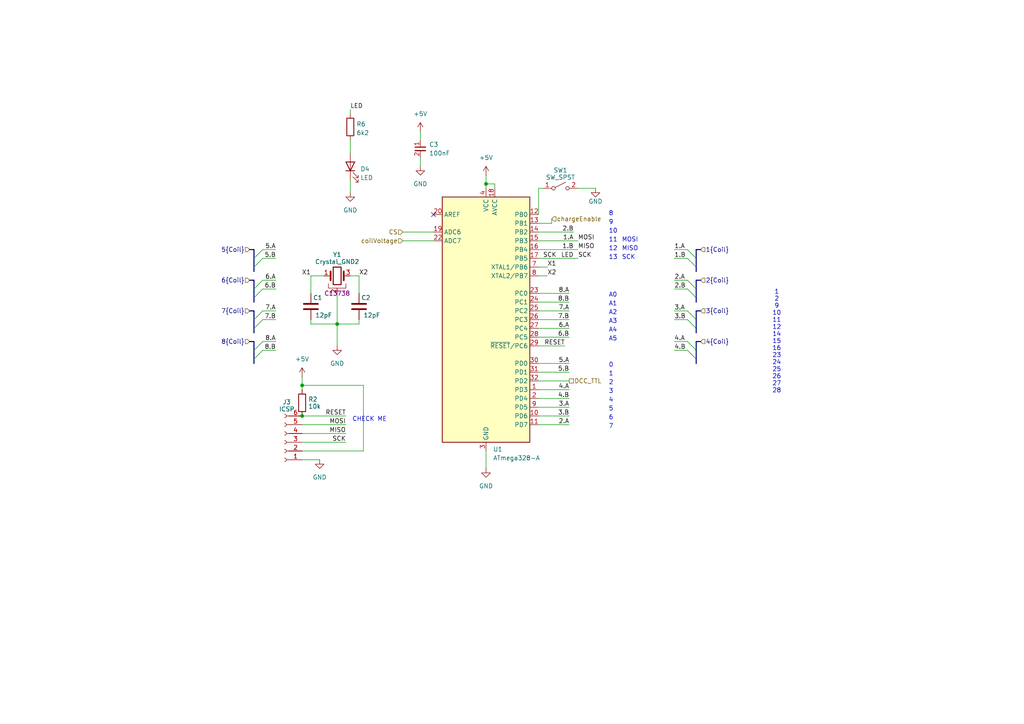
<source format=kicad_sch>
(kicad_sch (version 20231120) (generator "eeschema") (generator_version "8.0")
  (paper "A4")
  (lib_symbols
    (symbol "Connector:Conn_01x06_Socket" (pin_names (offset 1.016) hide)
      (property "Reference" "J" (at 0 7.62 0))
      (property "Value" "Conn_01x06_Socket" (at 0 -10.16 0))
      (symbol "Conn_01x06_Socket_1_1"
        (arc (start 0 -7.112) (mid -0.5058 -7.62) (end 0 -8.128) (stroke (width 0.1524)))
        (arc (start 0 -4.572) (mid -0.5058 -5.08) (end 0 -5.588) (stroke (width 0.1524)))
        (arc (start 0 -2.032) (mid -0.5058 -2.54) (end 0 -3.048) (stroke (width 0.1524)))
        (polyline (pts (xy -1.27 -7.62) (xy -0.508 -7.62)) (stroke (width 0.1524)))
        (polyline (pts (xy -1.27 -5.08) (xy -0.508 -5.08)) (stroke (width 0.1524)))
        (polyline (pts (xy -1.27 -2.54) (xy -0.508 -2.54)) (stroke (width 0.1524)))
        (polyline (pts (xy -1.27 0) (xy -0.508 0)) (stroke (width 0.1524)))
        (polyline (pts (xy -1.27 2.54) (xy -0.508 2.54)) (stroke (width 0.1524)))
        (polyline (pts (xy -1.27 5.08) (xy -0.508 5.08)) (stroke (width 0.1524)))
        (arc (start 0 0.508) (mid -0.5058 0) (end 0 -0.508) (stroke (width 0.1524)))
        (arc (start 0 3.048) (mid -0.5058 2.54) (end 0 2.032) (stroke (width 0.1524)))
        (arc (start 0 5.588) (mid -0.5058 5.08) (end 0 4.572) (stroke (width 0.1524)))
        (pin passive line (at -5.08 5.08 0) (length 3.81) (name "Pin_1") (number "1"))
        (pin passive line (at -5.08 2.54 0) (length 3.81) (name "Pin_2") (number "2"))
        (pin passive line (at -5.08 0 0) (length 3.81) (name "Pin_3") (number "3"))
        (pin passive line (at -5.08 -2.54 0) (length 3.81) (name "Pin_4") (number "4"))
        (pin passive line (at -5.08 -5.08 0) (length 3.81) (name "Pin_5") (number "5"))
        (pin passive line (at -5.08 -7.62 0) (length 3.81) (name "Pin_6") (number "6"))
      )
    )
    (symbol "Device:C" (pin_numbers hide) (pin_names (offset 0.254))
      (property "Reference" "C" (at 0.635 2.54 0))
      (property "Value" "C" (at 0.635 -2.54 0))
      (symbol "C_0_1"
        (polyline (pts (xy -2.032 -0.762) (xy 2.032 -0.762)) (stroke (width 0.508)))
        (polyline (pts (xy -2.032 0.762) (xy 2.032 0.762)) (stroke (width 0.508)))
      )
      (symbol "C_1_1"
        (pin passive line (at 0 3.81 270) (length 2.794) (name "~") (number "1"))
        (pin passive line (at 0 -3.81 90) (length 2.794) (name "~") (number "2"))
      )
    )
    (symbol "Device:LED" (pin_numbers hide) (pin_names (offset 1.016) hide)
      (property "Reference" "D" (at 0 2.54 0))
      (property "Value" "LED" (at 0 -2.54 0))
      (symbol "LED_0_1"
        (polyline (pts (xy -1.27 -1.27) (xy -1.27 1.27)) (stroke (width 0.254)))
        (polyline (pts (xy -1.27 0) (xy 1.27 0)))
        (polyline (pts (xy 1.27 -1.27) (xy 1.27 1.27) (xy -1.27 0) (xy 1.27 -1.27)) (stroke (width 0.254)))
        (polyline (pts (xy -3.048 -0.762) (xy -4.572 -2.286) (xy -3.81 -2.286) (xy -4.572 -2.286) (xy -4.572 -1.524)))
        (polyline (pts (xy -1.778 -0.762) (xy -3.302 -2.286) (xy -2.54 -2.286) (xy -3.302 -2.286) (xy -3.302 -1.524)))
      )
      (symbol "LED_1_1"
        (pin passive line (at -3.81 0 0) (length 2.54) (name "K") (number "1"))
        (pin passive line (at 3.81 0 180) (length 2.54) (name "A") (number "2"))
      )
    )
    (symbol "Device:R" (pin_numbers hide) (pin_names (offset 0))
      (property "Reference" "R" (at 2.032 0 90))
      (property "Value" "R" (at 0 0 90))
      (symbol "R_0_1"
        (rectangle (start -1.016 -2.54) (end 1.016 2.54) (stroke (width 0.254)))
      )
      (symbol "R_1_1"
        (pin passive line (at 0 3.81 270) (length 1.27) (name "~") (number "1"))
        (pin passive line (at 0 -3.81 90) (length 1.27) (name "~") (number "2"))
      )
    )
    (symbol "MCU_Microchip_ATmega:ATmega328-A"
      (property "Reference" "U" (at -12.7 36.83 0))
      (property "Value" "ATmega328-A" (at 2.54 -36.83 0))
      (symbol "ATmega328-A_0_1"
        (rectangle (start -12.7 -35.56) (end 12.7 35.56) (stroke (width 0.254)) (fill (type background)))
      )
      (symbol "ATmega328-A_1_1"
        (pin bidirectional line (at 15.24 -20.32 180) (length 2.54) (name "PD3") (number "1"))
        (pin bidirectional line (at 15.24 -27.94 180) (length 2.54) (name "PD6") (number "10"))
        (pin bidirectional line (at 15.24 -30.48 180) (length 2.54) (name "PD7") (number "11"))
        (pin bidirectional line (at 15.24 30.48 180) (length 2.54) (name "PB0") (number "12"))
        (pin bidirectional line (at 15.24 27.94 180) (length 2.54) (name "PB1") (number "13"))
        (pin bidirectional line (at 15.24 25.4 180) (length 2.54) (name "PB2") (number "14"))
        (pin bidirectional line (at 15.24 22.86 180) (length 2.54) (name "PB3") (number "15"))
        (pin bidirectional line (at 15.24 20.32 180) (length 2.54) (name "PB4") (number "16"))
        (pin bidirectional line (at 15.24 17.78 180) (length 2.54) (name "PB5") (number "17"))
        (pin power_in line (at 2.54 38.1 270) (length 2.54) (name "AVCC") (number "18"))
        (pin input line (at -15.24 25.4 0) (length 2.54) (name "ADC6") (number "19"))
        (pin bidirectional line (at 15.24 -22.86 180) (length 2.54) (name "PD4") (number "2"))
        (pin passive line (at -15.24 30.48 0) (length 2.54) (name "AREF") (number "20"))
        (pin passive line (at 0 -38.1 90) (length 2.54) hide (name "GND") (number "21"))
        (pin input line (at -15.24 22.86 0) (length 2.54) (name "ADC7") (number "22"))
        (pin bidirectional line (at 15.24 7.62 180) (length 2.54) (name "PC0") (number "23"))
        (pin bidirectional line (at 15.24 5.08 180) (length 2.54) (name "PC1") (number "24"))
        (pin bidirectional line (at 15.24 2.54 180) (length 2.54) (name "PC2") (number "25"))
        (pin bidirectional line (at 15.24 0 180) (length 2.54) (name "PC3") (number "26"))
        (pin bidirectional line (at 15.24 -2.54 180) (length 2.54) (name "PC4") (number "27"))
        (pin bidirectional line (at 15.24 -5.08 180) (length 2.54) (name "PC5") (number "28"))
        (pin bidirectional line (at 15.24 -7.62 180) (length 2.54) (name "~{RESET}/PC6") (number "29"))
        (pin power_in line (at 0 -38.1 90) (length 2.54) (name "GND") (number "3"))
        (pin bidirectional line (at 15.24 -12.7 180) (length 2.54) (name "PD0") (number "30"))
        (pin bidirectional line (at 15.24 -15.24 180) (length 2.54) (name "PD1") (number "31"))
        (pin bidirectional line (at 15.24 -17.78 180) (length 2.54) (name "PD2") (number "32"))
        (pin power_in line (at 0 38.1 270) (length 2.54) (name "VCC") (number "4"))
        (pin passive line (at 0 -38.1 90) (length 2.54) hide (name "GND") (number "5"))
        (pin passive line (at 0 38.1 270) (length 2.54) hide (name "VCC") (number "6"))
        (pin bidirectional line (at 15.24 15.24 180) (length 2.54) (name "XTAL1/PB6") (number "7"))
        (pin bidirectional line (at 15.24 12.7 180) (length 2.54) (name "XTAL2/PB7") (number "8"))
        (pin bidirectional line (at 15.24 -25.4 180) (length 2.54) (name "PD5") (number "9"))
      )
    )
    (symbol "Switch:SW_SPST" (pin_names (offset 0) hide)
      (property "Reference" "SW" (at 0 3.175 0))
      (property "Value" "SW_SPST" (at 0 -2.54 0))
      (symbol "SW_SPST_0_0"
        (circle (center -2.032 0) (radius 0.508))
        (polyline (pts (xy -1.524 0.254) (xy 1.524 1.778)))
        (circle (center 2.032 0) (radius 0.508))
      )
      (symbol "SW_SPST_1_1"
        (pin passive line (at -5.08 0 0) (length 2.54) (name "A") (number "1"))
        (pin passive line (at 5.08 0 180) (length 2.54) (name "B") (number "2"))
      )
    )
    (symbol "capacitor_miscellaneous:C_0402_100nF"
      (property "Reference" "C" (at 1.27 2.54 0))
      (property "Value" "100nF" (at 3.81 -2.54 0))
      (symbol "C_0402_100nF_0_1"
        (polyline (pts (xy -1.524 -0.508) (xy 1.524 -0.508)) (stroke (width 0.3302)))
        (polyline (pts (xy -1.524 0.508) (xy 1.524 0.508)) (stroke (width 0.3048)))
      )
      (symbol "C_0402_100nF_1_1"
        (pin passive line (at 0 2.54 270) (length 2.032) (name "~") (number "1"))
        (pin passive line (at 0 -2.54 90) (length 2.032) (name "~") (number "2"))
      )
    )
    (symbol "custom_kicad_lib_sk:crystal_arduino" (pin_names (offset 1.016) hide)
      (property "Reference" "Y" (at 0 5.715 0))
      (property "Value" "Crystal_GND2" (at 0 3.81 0))
      (symbol "crystal_arduino_0_1"
        (rectangle (start -1.143 2.54) (end 1.143 -2.54) (stroke (width 0.3048)))
        (polyline (pts (xy -2.54 0) (xy -1.905 0)))
        (polyline (pts (xy -1.905 -1.27) (xy -1.905 1.27)) (stroke (width 0.508)))
        (polyline (pts (xy 0 -3.81) (xy 0 -3.556)))
        (polyline (pts (xy 1.905 0) (xy 2.54 0)))
        (polyline (pts (xy 1.905 1.27) (xy 1.905 -1.27)) (stroke (width 0.508)))
        (polyline (pts (xy -2.54 -2.286) (xy -2.54 -3.556) (xy 2.54 -3.556) (xy 2.54 -2.286)))
      )
      (symbol "crystal_arduino_1_1"
        (pin passive line (at -3.81 0 0) (length 1.27) (name "1") (number "1"))
        (pin passive line (at 0 -5.08 90) (length 1.27) (name "GND") (number "2"))
        (pin passive line (at 3.81 0 180) (length 1.27) (name "3") (number "3"))
        (pin passive line (at 0 -5.08 90) (length 1.27) hide (name "GND") (number "4"))
      )
    )
    (symbol "power:+5V" (power) (pin_numbers hide) (pin_names (offset 0) hide)
      (property "Value" "+5V" (at 0 3.556 0))
      (symbol "+5V_0_1"
        (polyline (pts (xy -0.762 1.27) (xy 0 2.54)))
        (polyline (pts (xy 0 0) (xy 0 2.54)))
        (polyline (pts (xy 0 2.54) (xy 0.762 1.27)))
      )
      (symbol "+5V_1_1"
        (pin power_in line (at 0 0 90) (length 0) (name "~") (number "1"))
      )
    )
    (symbol "power:GND" (power) (pin_numbers hide) (pin_names (offset 0) hide)
      (property "Value" "GND" (at 0 -3.81 0))
      (symbol "GND_0_1"
        (polyline (pts (xy 0 0) (xy 0 -1.27) (xy 1.27 -1.27) (xy 0 -2.54) (xy -1.27 -1.27) (xy 0 -1.27)))
      )
      (symbol "GND_1_1"
        (pin power_in line (at 0 0 270) (length 0) (name "~") (number "1"))
      )
    )
  )
  (junction (at 87.63 111.76))
  (junction (at 140.97 53.34))
  (junction (at 97.79 93.98))
  (junction (at 87.63 120.65))
  (no_connect (at 125.73 62.23))
  (bus_entry (at 199.39 92.71) (size 2.54 2.54))
  (bus_entry (at 199.39 72.39) (size 2.54 2.54))
  (bus_entry (at 199.39 83.82) (size 2.54 2.54))
  (bus_entry (at 76.2 81.28) (size -2.54 2.54))
  (bus_entry (at 76.2 74.93) (size -2.54 2.54))
  (bus_entry (at 76.2 101.6) (size -2.54 2.54))
  (bus_entry (at 76.2 83.82) (size -2.54 2.54))
  (bus_entry (at 76.2 72.39) (size -2.54 2.54))
  (bus_entry (at 199.39 74.93) (size 2.54 2.54))
  (bus_entry (at 76.2 92.71) (size -2.54 2.54))
  (bus_entry (at 76.2 99.06) (size -2.54 2.54))
  (bus_entry (at 199.39 81.28) (size 2.54 2.54))
  (bus_entry (at 199.39 99.06) (size 2.54 2.54))
  (bus_entry (at 199.39 101.6) (size 2.54 2.54))
  (bus_entry (at 76.2 90.17) (size -2.54 2.54))
  (bus_entry (at 199.39 90.17) (size 2.54 2.54))
  (bus (pts (xy 73.66 101.6) (xy 73.66 104.14)))
  (bus (pts (xy 201.93 104.14) (xy 201.93 105.41)))
  (wire (pts (xy 90.17 80.01) (xy 90.17 85.09)))
  (wire (pts (xy 156.21 54.61) (xy 157.48 54.61)))
  (bus (pts (xy 72.39 90.17) (xy 73.66 90.17)))
  (wire (pts (xy 195.58 83.82) (xy 199.39 83.82)))
  (wire (pts (xy 140.97 130.81) (xy 140.97 135.89)))
  (wire (pts (xy 101.6 52.07) (xy 101.6 55.88)))
  (wire (pts (xy 97.79 85.09) (xy 97.79 93.98)))
  (bus (pts (xy 72.39 72.39) (xy 73.66 72.39)))
  (bus (pts (xy 203.2 72.39) (xy 201.93 72.39)))
  (wire (pts (xy 195.58 90.17) (xy 199.39 90.17)))
  (wire (pts (xy 87.63 125.73) (xy 100.33 125.73)))
  (wire (pts (xy 90.17 80.01) (xy 93.98 80.01)))
  (wire (pts (xy 165.1 92.71) (xy 156.21 92.71)))
  (bus (pts (xy 201.93 77.47) (xy 201.93 78.74)))
  (bus (pts (xy 203.2 99.06) (xy 201.93 99.06)))
  (wire (pts (xy 156.21 97.79) (xy 165.1 97.79)))
  (wire (pts (xy 104.14 92.71) (xy 104.14 93.98)))
  (bus (pts (xy 73.66 92.71) (xy 73.66 95.25)))
  (wire (pts (xy 156.21 123.19) (xy 165.1 123.19)))
  (bus (pts (xy 72.39 99.06) (xy 73.66 99.06)))
  (bus (pts (xy 73.66 99.06) (xy 73.66 101.6)))
  (wire (pts (xy 104.14 80.01) (xy 104.14 85.09)))
  (wire (pts (xy 121.92 38.1) (xy 121.92 40.64)))
  (wire (pts (xy 80.01 90.17) (xy 76.2 90.17)))
  (wire (pts (xy 156.21 90.17) (xy 165.1 90.17)))
  (bus (pts (xy 73.66 74.93) (xy 73.66 77.47)))
  (wire (pts (xy 156.21 105.41) (xy 165.1 105.41)))
  (wire (pts (xy 116.84 67.31) (xy 125.73 67.31)))
  (wire (pts (xy 104.14 93.98) (xy 97.79 93.98)))
  (wire (pts (xy 80.01 83.82) (xy 76.2 83.82)))
  (bus (pts (xy 201.93 92.71) (xy 201.93 95.25)))
  (wire (pts (xy 165.1 95.25) (xy 156.21 95.25)))
  (wire (pts (xy 87.63 133.35) (xy 92.71 133.35)))
  (wire (pts (xy 156.21 64.77) (xy 160.02 64.77)))
  (wire (pts (xy 156.21 100.33) (xy 163.83 100.33)))
  (wire (pts (xy 90.17 92.71) (xy 90.17 93.98)))
  (wire (pts (xy 87.63 109.22) (xy 87.63 111.76)))
  (wire (pts (xy 97.79 93.98) (xy 97.79 100.33)))
  (wire (pts (xy 143.51 53.34) (xy 140.97 53.34)))
  (wire (pts (xy 166.37 67.31) (xy 156.21 67.31)))
  (wire (pts (xy 87.63 128.27) (xy 100.33 128.27)))
  (bus (pts (xy 203.2 90.17) (xy 201.93 90.17)))
  (wire (pts (xy 156.21 87.63) (xy 165.1 87.63)))
  (wire (pts (xy 101.6 40.64) (xy 101.6 44.45)))
  (wire (pts (xy 167.64 54.61) (xy 172.72 54.61)))
  (wire (pts (xy 97.79 93.98) (xy 90.17 93.98)))
  (wire (pts (xy 195.58 99.06) (xy 199.39 99.06)))
  (wire (pts (xy 156.21 80.01) (xy 158.75 80.01)))
  (wire (pts (xy 156.21 77.47) (xy 158.75 77.47)))
  (wire (pts (xy 80.01 92.71) (xy 76.2 92.71)))
  (wire (pts (xy 140.97 50.8) (xy 140.97 53.34)))
  (wire (pts (xy 156.21 69.85) (xy 167.64 69.85)))
  (bus (pts (xy 73.66 77.47) (xy 73.66 78.74)))
  (wire (pts (xy 87.63 111.76) (xy 105.41 111.76)))
  (wire (pts (xy 80.01 99.06) (xy 76.2 99.06)))
  (wire (pts (xy 140.97 53.34) (xy 140.97 54.61)))
  (wire (pts (xy 195.58 81.28) (xy 199.39 81.28)))
  (wire (pts (xy 80.01 74.93) (xy 76.2 74.93)))
  (bus (pts (xy 201.93 83.82) (xy 201.93 86.36)))
  (wire (pts (xy 143.51 54.61) (xy 143.51 53.34)))
  (wire (pts (xy 156.21 107.95) (xy 165.1 107.95)))
  (bus (pts (xy 201.93 99.06) (xy 201.93 101.6)))
  (wire (pts (xy 156.21 74.93) (xy 167.64 74.93)))
  (bus (pts (xy 73.66 83.82) (xy 73.66 86.36)))
  (wire (pts (xy 80.01 81.28) (xy 76.2 81.28)))
  (wire (pts (xy 156.21 120.65) (xy 165.1 120.65)))
  (wire (pts (xy 87.63 111.76) (xy 87.63 113.03)))
  (bus (pts (xy 73.66 72.39) (xy 73.66 74.93)))
  (bus (pts (xy 201.93 74.93) (xy 201.93 77.47)))
  (wire (pts (xy 160.02 63.5) (xy 160.02 64.77)))
  (wire (pts (xy 195.58 72.39) (xy 199.39 72.39)))
  (wire (pts (xy 156.21 115.57) (xy 165.1 115.57)))
  (wire (pts (xy 105.41 111.76) (xy 105.41 130.81)))
  (wire (pts (xy 80.01 101.6) (xy 76.2 101.6)))
  (wire (pts (xy 165.1 110.49) (xy 156.21 110.49)))
  (wire (pts (xy 195.58 74.93) (xy 199.39 74.93)))
  (bus (pts (xy 201.93 95.25) (xy 201.93 96.52)))
  (bus (pts (xy 73.66 81.28) (xy 73.66 83.82)))
  (wire (pts (xy 87.63 120.65) (xy 100.33 120.65)))
  (bus (pts (xy 201.93 86.36) (xy 201.93 87.63)))
  (wire (pts (xy 195.58 101.6) (xy 199.39 101.6)))
  (bus (pts (xy 201.93 81.28) (xy 201.93 83.82)))
  (bus (pts (xy 203.2 81.28) (xy 201.93 81.28)))
  (bus (pts (xy 201.93 90.17) (xy 201.93 92.71)))
  (wire (pts (xy 87.63 123.19) (xy 100.33 123.19)))
  (wire (pts (xy 80.01 72.39) (xy 76.2 72.39)))
  (wire (pts (xy 121.92 45.72) (xy 121.92 48.26)))
  (wire (pts (xy 156.21 72.39) (xy 167.64 72.39)))
  (wire (pts (xy 101.6 31.75) (xy 101.6 33.02)))
  (wire (pts (xy 156.21 54.61) (xy 156.21 62.23)))
  (wire (pts (xy 156.21 113.03) (xy 165.1 113.03)))
  (bus (pts (xy 201.93 72.39) (xy 201.93 74.93)))
  (wire (pts (xy 101.6 80.01) (xy 104.14 80.01)))
  (bus (pts (xy 201.93 101.6) (xy 201.93 104.14)))
  (wire (pts (xy 156.21 85.09) (xy 165.1 85.09)))
  (bus (pts (xy 73.66 104.14) (xy 73.66 105.41)))
  (bus (pts (xy 73.66 86.36) (xy 73.66 87.63)))
  (wire (pts (xy 87.63 130.81) (xy 105.41 130.81)))
  (bus (pts (xy 72.39 81.28) (xy 73.66 81.28)))
  (bus (pts (xy 73.66 90.17) (xy 73.66 92.71)))
  (bus (pts (xy 73.66 95.25) (xy 73.66 96.52)))
  (wire (pts (xy 116.84 69.85) (xy 125.73 69.85)))
  (wire (pts (xy 156.21 118.11) (xy 165.1 118.11)))
  (wire (pts (xy 195.58 92.71) (xy 199.39 92.71)))
  (text "A4" (at 176.53 96.52 0) (effects (font (size 1.27 1.27)) (justify left bottom)))
  (text "A2" (at 176.53 91.44 0) (effects (font (size 1.27 1.27)) (justify left bottom)))
  (text "0" (at 176.53 106.68 0) (effects (font (size 1.27 1.27)) (justify left bottom)))
  (text "5" (at 176.53 119.38 0) (effects (font (size 1.27 1.27)) (justify left bottom)))
  (text "1" (at 176.53 109.22 0) (effects (font (size 1.27 1.27)) (justify left bottom)))
  (text "MOSI" (at 180.34 70.358 0) (effects (font (size 1.27 1.27)) (justify left bottom)))
  (text "4" (at 176.53 116.84 0) (effects (font (size 1.27 1.27)) (justify left bottom)))
  (text "6" (at 176.53 121.92 0) (effects (font (size 1.27 1.27)) (justify left bottom)))
  (text "A5" (at 176.53 99.06 0) (effects (font (size 1.27 1.27)) (justify left bottom)))
  (text "8" (at 176.53 62.738 0) (effects (font (size 1.27 1.27)) (justify left bottom)))
  (text "SCK" (at 180.34 75.438 0) (effects (font (size 1.27 1.27)) (justify left bottom)))
  (text "MISO" (at 180.34 72.898 0) (effects (font (size 1.27 1.27)) (justify left bottom)))
  (text "A3" (at 176.53 93.98 0) (effects (font (size 1.27 1.27)) (justify left bottom)))
  (text "13" (at 176.53 75.438 0) (effects (font (size 1.27 1.27)) (justify left bottom)))
  (text "2" (at 176.53 111.76 0) (effects (font (size 1.27 1.27)) (justify left bottom)))
  (text "9" (at 176.53 65.278 0) (effects (font (size 1.27 1.27)) (justify left bottom)))
  (text "10" (at 176.53 67.818 0) (effects (font (size 1.27 1.27)) (justify left bottom)))
  (text "A0" (at 176.53 86.36 0) (effects (font (size 1.27 1.27)) (justify left bottom)))
  (text "A1" (at 176.53 88.9 0) (effects (font (size 1.27 1.27)) (justify left bottom)))
  (text "CHECK ME" (at 107.188 121.666 0) (effects (font (size 1.27 1.27))))
  (text "12" (at 176.53 72.898 0) (effects (font (size 1.27 1.27)) (justify left bottom)))
  (text "11" (at 176.53 70.358 0) (effects (font (size 1.27 1.27)) (justify left bottom)))
  (text "1\n2\n9\n10\n11\n12\n14\n15\n16\n23\n24\n25\n26\n27\n28" (at 225.298 99.06 0) (effects (font (size 1.27 1.27))))
  (text "3" (at 176.53 114.3 0) (effects (font (size 1.27 1.27)) (justify left bottom)))
  (text "7" (at 176.53 124.46 0) (effects (font (size 1.27 1.27)) (justify left bottom)))
  (label "7.A" (at 80.01 90.17 180))
  (label "X2" (at 158.75 80.01 0))
  (label "3.A" (at 165.1 118.11 180))
  (label "6.A" (at 165.1 95.25 180))
  (label "8.B" (at 80.01 101.6 180))
  (label "MOSI" (at 167.64 69.85 0))
  (label "3.A" (at 195.58 90.17 0))
  (label "SCK" (at 167.64 74.93 0))
  (label "3.B" (at 165.1 120.65 180))
  (label "2.A" (at 195.58 81.28 0))
  (label "6.B" (at 80.01 83.82 180))
  (label "8.A" (at 165.1 85.09 180))
  (label "X2" (at 104.14 80.01 0))
  (label "RESET" (at 100.33 120.65 180))
  (label "LED" (at 101.6 31.75 0))
  (label "7.A" (at 165.1 90.17 180))
  (label "6.A" (at 80.01 81.28 180))
  (label "SCK" (at 157.48 74.93 0))
  (label "2.B" (at 195.58 83.82 0))
  (label "X1" (at 158.75 77.47 0))
  (label "5.B" (at 80.01 74.93 180))
  (label "8.B" (at 165.1 87.63 180))
  (label "5.B" (at 165.1 107.95 180))
  (label "MOSI" (at 100.33 123.19 180))
  (label "X1" (at 90.17 80.01 180))
  (label "3.B" (at 195.58 92.71 0))
  (label "LED" (at 166.37 74.93 180))
  (label "7.B" (at 80.01 92.71 180))
  (label "1.A" (at 166.37 69.85 180))
  (label "8.A" (at 80.01 99.06 180))
  (label "7.B" (at 165.1 92.71 180))
  (label "6.B" (at 165.1 97.79 180))
  (label "4.B" (at 165.1 115.57 180))
  (label "RESET" (at 163.83 100.33 180))
  (label "MISO" (at 167.64 72.39 0))
  (label "SCK" (at 100.33 128.27 180))
  (label "5.A" (at 165.1 105.41 180))
  (label "4.A" (at 195.58 99.06 0))
  (label "MISO" (at 100.33 125.73 180))
  (label "2.B" (at 166.37 67.31 180))
  (label "4.A" (at 165.1 113.03 180))
  (label "2.A" (at 165.1 123.19 180))
  (label "1.A" (at 195.58 72.39 0))
  (label "5.A" (at 80.01 72.39 180))
  (label "4.B" (at 195.58 101.6 0))
  (label "1.B" (at 195.58 74.93 0))
  (label "1.B" (at 166.37 72.39 180))
  (hierarchical_label "coilVoltage" (shape input) (at 116.84 69.85 180))
  (hierarchical_label "5{Coil}" (shape input) (at 72.39 72.39 180))
  (hierarchical_label "8{Coil}" (shape input) (at 72.39 99.06 180))
  (hierarchical_label "CS" (shape input) (at 116.84 67.31 180))
  (hierarchical_label "2{Coil}" (shape input) (at 203.2 81.28 0))
  (hierarchical_label "DCC_TTL" (shape passive) (at 165.1 110.49 0))
  (hierarchical_label "1{Coil}" (shape input) (at 203.2 72.39 0))
  (hierarchical_label "6{Coil}" (shape input) (at 72.39 81.28 180))
  (hierarchical_label "4{Coil}" (shape input) (at 203.2 99.06 0))
  (hierarchical_label "chargeEnable" (shape input) (at 160.02 63.5 0))
  (hierarchical_label "7{Coil}" (shape input) (at 72.39 90.17 180))
  (hierarchical_label "3{Coil}" (shape input) (at 203.2 90.17 0))
  (symbol (lib_id "power:+5V") (at 87.63 109.22 0) (unit 1)
    (property "Reference" "#PWR06" (effects (hide yes)))
    (property "Value" "+5V" (at 87.63 104.14 0))
    (property "Description" "Power symbol creates a global label with name \"+5V\"" (effects (hide yes)))
  )
  (symbol (lib_id "Device:C") (at 104.14 88.9 180) (unit 1)
    (property "Reference" "C2" (at 104.775 86.36 0) (effects (justify right)))
    (property "Value" "12pF" (at 105.41 91.44 0) (effects (justify right)))
    (property "Footprint" "Capacitor_SMD:C_0402_1005Metric_Pad0.74x0.62mm_HandSolder" (effects (hide yes)))
    (property "JLCPCB Part#" "C1547" (effects (hide yes)))
  )
  (symbol (lib_id "Device:R") (at 87.63 116.84 0) (unit 1)
    (property "Reference" "R2" (at 89.408 115.816 0) (effects (justify left)))
    (property "Value" "10k" (at 89.408 117.864 0) (effects (justify left)))
    (property "Footprint" "Resistor_SMD:R_0402_1005Metric_Pad0.72x0.64mm_HandSolder" (effects (hide yes)))
    (property "JLCPCB Part#" "C25744" (effects (hide yes)))
  )
  (symbol (lib_id "Device:LED") (at 101.6 48.26 90) (unit 1)
    (property "Reference" "D4" (at 104.521 49.0128 90) (effects (justify right)))
    (property "Value" "LED" (at 104.521 51.5497 90) (effects (justify right)))
    (property "Footprint" "LED_SMD:LED_0805_2012Metric_Pad1.15x1.40mm_HandSolder" (effects (hide yes)))
    (property "JLCPCB Part#" "C84256" (effects (hide yes)))
  )
  (symbol (lib_id "MCU_Microchip_ATmega:ATmega328-A") (at 140.97 92.71 0) (unit 1)
    (property "Reference" "U1" (at 142.9894 130.3004 0) (effects (justify left)))
    (property "Value" "ATmega328-A" (at 142.9894 132.8373 0) (effects (justify left)))
    (property "Footprint" "Package_QFP:TQFP-32_7x7mm_P0.8mm" (effects (hide yes)))
    (property "Datasheet" "http://ww1.microchip.com/downloads/en/DeviceDoc/ATmega328_P%20AVR%20MCU%20with%20picoPower%20Technology%20Data%20Sheet%2040001984A.pdf" (effects (hide yes)))
    (property "JLCPCB Part#" "C14877" (effects (hide yes)))
  )
  (symbol (lib_id "power:+5V") (at 121.92 38.1 0) (unit 1)
    (property "Reference" "#PWR030" (effects (hide yes)))
    (property "Value" "+5V" (at 121.92 33.02 0))
    (property "Description" "Power symbol creates a global label with name \"+5V\"" (effects (hide yes)))
  )
  (symbol (lib_id "power:GND") (at 97.79 100.33 0) (unit 1)
    (property "Reference" "#PWR013" (effects (hide yes)))
    (property "Value" "GND" (at 97.79 105.41 0))
    (property "Description" "Power symbol creates a global label with name \"GND\" , ground" (effects (hide yes)))
  )
  (symbol (lib_id "Switch:SW_SPST") (at 162.56 54.61 0) (unit 1)
    (property "Reference" "SW1" (at 162.56 49.379 0))
    (property "Value" "SW_SPST" (at 162.56 51.427 0))
    (property "Footprint" "Button_Switch_SMD:SW_SPST_SKQG_WithStem" (effects (hide yes)))
    (property "JLCPCB Part#" "C318884" (effects (hide yes)))
  )
  (symbol (lib_id "power:GND") (at 172.72 54.61 0) (unit 1)
    (property "Reference" "#PWR017" (effects (hide yes)))
    (property "Value" "GND" (at 172.72 58.42 0))
    (property "Description" "Power symbol creates a global label with name \"GND\" , ground" (effects (hide yes)))
  )
  (symbol (lib_id "Device:R") (at 101.6 36.83 0) (unit 1)
    (property "Reference" "R6" (at 103.378 35.9953 0) (effects (justify left)))
    (property "Value" "6k2" (at 103.378 38.5322 0) (effects (justify left)))
    (property "Footprint" "Resistor_SMD:R_0603_1608Metric_Pad0.98x0.95mm_HandSolder" (effects (hide yes)))
    (property "JLCPCB Part#" "C4260" (effects (hide yes)))
  )
  (symbol (lib_id "Device:C") (at 90.17 88.9 180) (unit 1)
    (property "Reference" "C1" (at 90.805 86.36 0) (effects (justify right)))
    (property "Value" "12pF" (at 91.44 91.44 0) (effects (justify right)))
    (property "Footprint" "Capacitor_SMD:C_0402_1005Metric_Pad0.74x0.62mm_HandSolder" (effects (hide yes)))
    (property "JLCPCB Part#" "C1547" (effects (hide yes)))
  )
  (symbol (lib_id "Connector:Conn_01x06_Socket") (at 82.55 128.27 180) (unit 1)
    (property "Reference" "J3" (at 83.185 116.6128 0))
    (property "Value" "ICSP" (at 83.185 118.6608 0))
    (property "Footprint" "Connector_PinHeader_2.54mm:PinHeader_1x06_P2.54mm_Vertical" (effects (hide yes)))
  )
  (symbol (lib_id "power:GND") (at 101.6 55.88 0) (unit 1)
    (property "Reference" "#PWR012" (effects (hide yes)))
    (property "Value" "GND" (at 101.6 60.96 0))
    (property "Description" "Power symbol creates a global label with name \"GND\" , ground" (effects (hide yes)))
  )
  (symbol (lib_id "power:GND") (at 92.71 133.35 0) (unit 1)
    (property "Reference" "#PWR09" (effects (hide yes)))
    (property "Value" "GND" (at 92.71 138.43 0))
    (property "Description" "Power symbol creates a global label with name \"GND\" , ground" (effects (hide yes)))
  )
  (symbol (lib_id "custom_kicad_lib_sk:crystal_arduino") (at 97.79 80.01 0) (unit 1)
    (property "Reference" "Y1" (at 97.79 73.8646 0))
    (property "Value" "Crystal_GND2" (at 97.79 75.9126 0))
    (property "Footprint" "custom_kicad_lib_sk:crystal_arduino" (effects (hide yes)))
    (property "JLCPCB Part#" "C13738" (at 97.79 85.09 0))
  )
  (symbol (lib_id "power:GND") (at 121.92 48.26 0) (unit 1)
    (property "Reference" "#PWR011" (effects (hide yes)))
    (property "Value" "GND" (at 121.92 53.34 0))
    (property "Description" "Power symbol creates a global label with name \"GND\" , ground" (effects (hide yes)))
  )
  (symbol (lib_id "power:GND") (at 140.97 135.89 0) (unit 1)
    (property "Reference" "#PWR010" (effects (hide yes)))
    (property "Value" "GND" (at 140.97 140.97 0))
    (property "Description" "Power symbol creates a global label with name \"GND\" , ground" (effects (hide yes)))
  )
  (symbol (lib_id "power:+5V") (at 140.97 50.8 0) (unit 1)
    (property "Reference" "#PWR016" (effects (hide yes)))
    (property "Value" "+5V" (at 140.97 45.72 0))
    (property "Description" "Power symbol creates a global label with name \"+5V\"" (effects (hide yes)))
  )
  (symbol (lib_id "capacitor_miscellaneous:C_0402_100nF") (at 121.92 43.18 0) (unit 1)
    (property "Reference" "C3" (at 124.46 41.9162 0) (effects (justify left)))
    (property "Value" "100nF" (at 124.46 44.4562 0) (effects (justify left)))
    (property "Footprint" "Capacitor_SMD:C_0402_1005Metric" (effects (hide yes)))
    (property "JLCPCB Part#" "C307331" (effects (hide yes)))
  )
)
</source>
